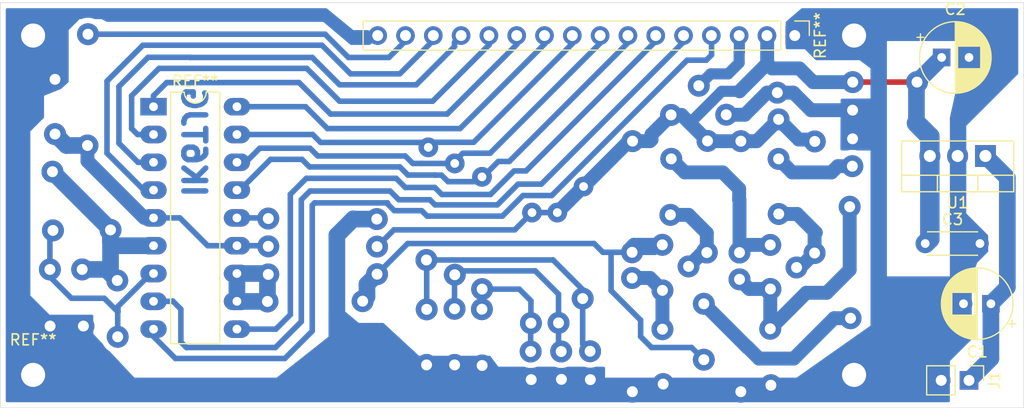
<source format=kicad_pcb>
(kicad_pcb (version 20240108) (generator "pcbnew") (generator_version "8.0")
  (layers (0 "F.Cu" signal) (31 "B.Cu" signal) (34 "B.Paste" user) (35 "F.Paste" user) (36 "B.SilkS" user "B.Silkscreen") (37 "F.SilkS" user "F.Silkscreen") (38 "B.Mask" user) (39 "F.Mask" user) (44 "Edge.Cuts" user))
  (net 0 "")
  (net 1 "Net-(U1-VO)")
  (net 2 "Net-(J1-Pin_1)")
  (net 3 "GND")
  (footprint "" (layer "F.Cu") (at 167.104994 96.266961)
    (property "Reference" "")
    (property "Value" "")
  )
  (footprint "" (layer "F.Cu") (at 153.762986 94.646467)
    (property "Reference" "")
    (property "Value" "")
  )
  (footprint "Capacitor_THT:CP_Radial_D6.3mm_P2.50mm" (layer "F.Cu") (at 182 87)
    (property "Reference" "C2")
    (property "Value" "470u")
  )
  (footprint "" (layer "F.Cu") (at 156.56011 116.839294)
    (property "Reference" "")
    (property "Value" "")
  )
  (footprint "" (layer "F.Cu") (at 179.75 89.25)
    (property "Reference" "")
    (property "Value" "")
  )
  (footprint "" (layer "F.Cu") (at 163.532783 107.269506)
    (property "Reference" "")
    (property "Value" "")
  )
  (footprint "" (layer "F.Cu") (at 173.598499 100.638596)
    (property "Reference" "")
    (property "Value" "")
  )
  (footprint "" (layer "F.Cu") (at 130.398171 101.767163)
    (property "Reference" "")
    (property "Value" "")
  )
  (footprint "" (layer "F.Cu") (at 137.522335 106.848735)
    (property "Reference" "")
    (property "Value" "")
  )
  (footprint "" (layer "F.Cu") (at 144.502144 116.433119)
    (property "Reference" "")
    (property "Value" "")
  )
  (footprint "" (layer "F.Cu") (at 144.57649 101.171507)
    (property "Reference" "")
    (property "Value" "")
  )
  (footprint "" (layer "F.Cu") (at 106.728251 112.520971)
    (property "Reference" "")
    (property "Value" "")
  )
  (footprint "" (layer "F.Cu") (at 100.549466 111.53978)
    (property "Reference" "")
    (property "Value" "")
  )
  (footprint "" (layer "F.Cu") (at 163.654003 117.534773)
    (property "Reference" "")
    (property "Value" "")
  )
  (footprint "" (layer "F.Cu") (at 140.019157 115.140436)
    (property "Reference" "")
    (property "Value" "")
  )
  (footprint "" (layer "F.Cu") (at 153.72184 104.800516)
    (property "Reference" "")
    (property "Value" "")
  )
  (footprint "" (layer "F.Cu") (at 163.532783 104.824145)
    (property "Reference" "")
    (property "Value" "")
  )
  (footprint "" (layer "F.Cu") (at 167.116413 101.299752)
    (property "Reference" "")
    (property "Value" "")
  )
  (footprint "" (layer "F.Cu") (at 137.515871 96.682975)
    (property "Reference" "")
    (property "Value" "")
  )
  (footprint "" (layer "F.Cu") (at 140 110)
    (property "Reference" "")
    (property "Value" "")
  )
  (footprint "Capacitor_THT:C_Disc_D4.3mm_W1.9mm_P5.00mm" (layer "F.Cu") (at 180.5 104)
    (property "Reference" "C3")
    (property "Value" "100n")
  )
  (footprint "Connector_PinHeader_2.54mm:PinHeader_1x02_P2.54mm_Vertical" (layer "F.Cu") (at 184.5 116.5 -90)
    (property "Reference" "J1")
    (property "Value" "IN")
  )
  (footprint "" (layer "F.Cu") (at 162.321433 92.233763)
    (property "Reference" "")
    (property "Value" "")
  )
  (footprint "" (layer "F.Cu") (at 137.497426 109.962443)
    (property "Reference" "")
    (property "Value" "")
  )
  (footprint "" (layer "F.Cu") (at 149.286037 98.792452)
    (property "Reference" "")
    (property "Value" "")
  )
  (footprint "" (layer "F.Cu") (at 159.812409 89.584046)
    (property "Reference" "")
    (property "Value" "")
  )
  (footprint "" (layer "F.Cu") (at 156.492594 111.826786)
    (property "Reference" "")
    (property "Value" "")
  )
  (footprint "" (layer "F.Cu") (at 170.411278 94.672441)
    (property "Reference" "")
    (property "Value" "")
  )
  (footprint "" (layer "F.Cu") (at 103.593908 111.53978)
    (property "Reference" "")
    (property "Value" "")
  )
  (footprint "" (layer "F.Cu") (at 106.07118 102.754051)
    (property "Reference" "")
    (property "Value" "")
  )
  (footprint "" (layer "F.Cu") (at 174 116)
    (property "Reference" "")
    (property "Value" "")
  )
  (footprint "" (layer "F.Cu") (at 149.907921 116.433119)
    (property "Reference" "")
    (property "Value" "")
  )
  (footprint "" (layer "F.Cu") (at 100.813658 102.799768)
    (property "Reference" "")
    (property "Value" "")
  )
  (footprint "" (layer "F.Cu") (at 120.484123 101.717343)
    (property "Reference" "")
    (property "Value" "")
  )
  (footprint "" (layer "F.Cu") (at 157.219153 101.381979)
    (property "Reference" "")
    (property "Value" "")
  )
  (footprint "" (layer "F.Cu") (at 173.863567 94.433046)
    (property "Reference" "")
    (property "Value" "")
  )
  (footprint "Capacitor_THT:CP_Radial_D6.3mm_P2.50mm" (layer "F.Cu") (at 186.5 109.5 180)
    (property "Reference" "C1")
    (property "Value" "100u")
  )
  (footprint "" (layer "F.Cu") (at 168.746083 106.187304)
    (property "Reference" "")
    (property "Value" "")
  )
  (footprint "" (layer "F.Cu") (at 153.720293 107.147893)
    (property "Reference" "")
    (property "Value" "")
  )
  (footprint "" (layer "F.Cu") (at 173.67547 110.823315)
    (property "Reference" "")
    (property "Value" "")
  )
  (footprint "" (layer "F.Cu") (at 157.281935 92.250587)
    (property "Reference" "")
    (property "Value" "")
  )
  (footprint "" (layer "F.Cu") (at 157.29691 96.263686)
    (property "Reference" "")
    (property "Value" "")
  )
  (footprint "" (layer "F.Cu") (at 163.658016 94.648992)
    (property "Reference" "")
    (property "Value" "")
  )
  (footprint "" (layer "F.Cu") (at 147 111.247487)
    (property "Reference" "")
    (property "Value" "")
  )
  (footprint "" (layer "F.Cu") (at 166.342024 111.786234)
    (property "Reference" "")
    (property "Value" "")
  )
  (footprint "" (layer "F.Cu") (at 156.481943 104.116939)
    (property "Reference" "")
    (property "Value" "")
  )
  (footprint "" (layer "F.Cu") (at 120.484123 104.258129)
    (property "Reference" "")
    (property "Value" "")
  )
  (footprint "" (layer "F.Cu") (at 137.508154 115.088662)
    (property "Reference" "")
    (property "Value" "")
  )
  (footprint "" (layer "F.Cu") (at 135.102373 95.212683)
    (property "Reference" "")
    (property "Value" "")
  )
  (footprint "" (layer "F.Cu") (at 160.609669 94.625543)
    (property "Reference" "")
    (property "Value" "")
  )
  (footprint "" (layer "F.Cu") (at 130.42308 104.283039)
    (property "Reference" "")
    (property "Value" "")
  )
  (footprint "" (layer "F.Cu") (at 160.273019 114.612362)
    (property "Reference" "")
    (property "Value" "")
  )
  (footprint "" (layer "F.Cu") (at 166.401148 116.943616)
    (property "Reference" "")
    (property "Value" "")
  )
  (footprint "" (layer "F.Cu") (at 173.863567 91.818089)
    (property "Reference" "")
    (property "Value" "")
  )
  (footprint "" (layer "F.Cu") (at 146.88612 101.171507)
    (property "Reference" "")
    (property "Value" "")
  )
  (footprint "" (layer "F.Cu") (at 100.766176 97.436931)
    (property "Reference" "")
    (property "Value" "")
  )
  (footprint "" (layer "F.Cu") (at 166.98775 90.217164)
    (property "Reference" "")
    (property "Value" "")
  )
  (footprint "" (layer "F.Cu") (at 104.011918 84.877695)
    (property "Reference" "")
    (property "Value" "")
  )
  (footprint "" (layer "F.Cu") (at 160.273019 109.505472)
    (property "Reference" "")
    (property "Value" "")
  )
  (footprint "" (layer "F.Cu") (at 103.966685 95.044097)
    (property "Reference" "")
    (property "Value" "")
  )
  (footprint "" (layer "F.Cu") (at 129.102868 109.264973)
    (property "Reference" "")
    (property "Value" "")
  )
  (footprint "" (layer "F.Cu") (at 153.743417 117.534773)
    (property "Reference" "")
    (property "Value" "")
  )
  (footprint "MountingHole:MountingHole_2.2mm_M2_Pad" (layer "F.Cu") (at 99 116)
    (property "Reference" "REF**")
    (property "Value" "MountingHole_2.2mm_M2_Pad" (hide yes))
  )
  (footprint "" (layer "F.Cu") (at 120.484123 106.823825)
    (property "Reference" "")
    (property "Value" "")
  )
  (footprint "" (layer "F.Cu") (at 170.391792 104.868153)
    (property "Reference" "")
    (property "Value" "")
  )
  (footprint "" (layer "F.Cu") (at 149.20598 109.030131)
    (property "Reference" "")
    (property "Value" "")
  )
  (footprint "" (layer "F.Cu") (at 147.266184 116.408658)
    (property "Reference" "")
    (property "Value" "")
  )
  (footprint "Connector_PinHeader_2.54mm:PinHeader_1x16_P2.54mm_Vertical" (layer "F.Cu") (at 168.58 85 -90)
    (property "Reference" "REF**")
    (property "Value" "PinHeader_1x16_P2.54mm_Vertical" (hide yes))
  )
  (footprint "" (layer "F.Cu") (at 100.533572 106.367126)
    (property "Reference" "")
    (property "Value" "")
  )
  (footprint "Package_TO_SOT_THT:TO-220-3_Vertical" (layer "F.Cu") (at 186 96 180)
    (property "Reference" "U1")
    (property "Value" "LM7805_TO220")
  )
  (footprint "" (layer "F.Cu") (at 144.477683 111.271947)
    (property "Reference" "")
    (property "Value" "")
  )
  (footprint "" (layer "F.Cu") (at 149.88346 113.840303)
    (property "Reference" "")
    (property "Value" "")
  )
  (footprint "" (layer "F.Cu") (at 173.840828 96.93431)
    (property "Reference" "")
    (property "Value" "")
  )
  (footprint "" (layer "F.Cu") (at 134.93173 105.503613)
    (property "Reference" "")
    (property "Value" "")
  )
  (footprint "" (layer "F.Cu") (at 120.409394 109.289882)
    (property "Reference" "")
    (property "Value" "")
  )
  (footprint "" (layer "F.Cu") (at 147.241723 113.864763)
    (property "Reference" "")
    (property "Value" "")
  )
  (footprint "" (layer "F.Cu") (at 144.453223 113.864763)
    (property "Reference" "")
    (property "Value" "")
  )
  (footprint "" (layer "F.Cu") (at 101 94)
    (property "Reference" "")
    (property "Value" "")
  )
  (footprint "" (layer "F.Cu") (at 167.104994 92.655842)
    (property "Reference" "")
    (property "Value" "")
  )
  (footprint "" (layer "F.Cu") (at 174 85)
    (property "Reference" "")
    (property "Value" "")
  )
  (footprint "" (layer "F.Cu") (at 158.880911 106.090283)
    (property "Reference" "")
    (property "Value" "")
  )
  (footprint "" (layer "F.Cu") (at 140.008002 97.908989)
    (property "Reference" "")
    (property "Value" "")
  )
  (footprint "" (layer "F.Cu") (at 166.356276 108.152218)
    (property "Reference" "")
    (property "Value" "")
  )
  (footprint "" (layer "F.Cu") (at 99 85)
    (property "Reference" "")
    (property "Value" "")
  )
  (footprint "" (layer "F.Cu") (at 156.492594 108.278492)
    (property "Reference" "")
    (property "Value" "")
  )
  (footprint "Package_DIP:DIP-18_W7.62mm_LongPads" (layer "F.Cu") (at 110 91.5)
    (property "Reference" "REF**")
    (property "Value" "DIP-18_W7.62mm_LongPads")
  )
  (footprint "" (layer "F.Cu") (at 103.481777 106.366365)
    (property "Reference" "")
    (property "Value" "")
  )
  (footprint "" (layer "F.Cu") (at 101 89)
    (property "Reference" "")
    (property "Value" "")
  )
  (footprint "" (layer "F.Cu") (at 166.342346 104.126958)
    (property "Reference" "")
    (property "Value" "")
  )
  (footprint "" (layer "F.Cu") (at 134.945377 115.088662)
    (property "Reference" "")
    (property "Value" "")
  )
  (footprint "" (layer "F.Cu") (at 140.020138 108.165818)
    (property "Reference" "")
    (property "Value" "")
  )
  (footprint "" (layer "F.Cu") (at 106.688674 107.37598)
    (property "Reference" "")
    (property "Value" "")
  )
  (footprint "" (layer "F.Cu") (at 134.95664 110.012263)
    (property "Reference" "")
    (property "Value" "")
  )
  (footprint "" (layer "F.Cu") (at 160.546322 104.824145)
    (property "Reference" "")
    (property "Value" "")
  )
  (footprint "" (layer "F.Cu") (at 173.876025 89.255697)
    (property "Reference" "")
    (property "Value" "")
  )
  (footprint "" (layer "F.Cu") (at 130.42308 106.798916)
    (property "Reference" "")
    (property "Value" "")
  )
  (gr_rect (start 96 82) (end 189.5 119) (stroke (width 0.05)) (fill none) (layer "Edge.Cuts"))
  (gr_text "IK6TJG" (at 112.5 100 270) (layer "B.Cu") (effects (font (size 2 2) (thickness 0.5) (bold yes)) (justify left bottom mirror)))
  (segment (start 105.5 109) (end 102.5 109) (width 0.508) (layer "B.Cu") (net 0))
  (segment (start 143.415818 108.165818) (end 140.020138 108.165818) (width 0.508) (layer "B.Cu") (net 0))
  (segment (start 145.74 85.76) (end 138 93.5) (width 0.508) (layer "B.Cu") (net 0))
  (segment (start 145.74 85) (end 145.74 85.76) (width 0.508) (layer "B.Cu") (net 0))
  (segment (start 155.798366 104.800516) (end 156.481943 104.116939) (width 0.508) (layer "B.Cu") (net 0))
  (segment (start 166.342024 111.786234) (end 166.342024 108.16647) (width 1.27) (layer "B.Cu") (net 0))
  (segment (start 150.82 85.68) (end 150.82 85) (width 0.508) (layer "B.Cu") (net 0))
  (segment (start 158.44 85.56) (end 145.427356 98.572644) (width 0.508) (layer "B.Cu") (net 0))
  (segment (start 166.356276 108.152218) (end 164.415495 108.152218) (width 1.27) (layer "B.Cu") (net 0))
  (segment (start 131.37897 100.28605) (end 124.71395 100.28605) (width 0.508) (layer "B.Cu") (net 0))
  (segment (start 158.75 87.25) (end 146.385039 99.614961) (width 0.508) (layer "B.Cu") (net 0))
  (segment (start 139.570539 98.346452) (end 136.9079 98.346452) (width 0.508) (layer "B.Cu") (net 0))
  (segment (start 124.295024 99.204976) (end 123.5 100) (width 0.508) (layer "B.Cu") (net 0))
  (segment (start 124.71395 100.28605) (end 124.5 100.5) (width 0.508) (layer "B.Cu") (net 0))
  (segment (start 106.728251 110.271749) (end 106.728251 112.520971) (width 0.508) (layer "B.Cu") (net 0))
  (segment (start 135.102373 95.212683) (end 134.653662 94.763972) (width 0.508) (layer "B.Cu") (net 0))
  (segment (start 109.032949 85.882487) (end 105.75 89.165436) (width 0.508) (layer "B.Cu") (net 0))
  (segment (start 149.20598 109.030131) (end 149.20598 113.162823) (width 0.508) (layer "B.Cu") (net 0))
  (segment (start 144.875 106.5) (end 147 108.625) (width 0.508) (layer "B.Cu") (net 0))
  (segment (start 153.36 85.14) (end 153.36 85) (width 0.762) (layer "B.Cu") (net 0))
  (segment (start 114.95 104.2) (end 117.62 104.2) (width 0.508) (layer "B.Cu") (net 0))
  (segment (start 131.51 87) (end 133.02 85.49) (width 0.508) (layer "B.Cu") (net 0))
  (segment (start 155.5 113.5) (end 159.160657 113.5) (width 0.508) (layer "B.Cu") (net 0))
  (segment (start 162.5 88.5) (end 163.5 87.5) (width 1.016) (layer "B.Cu") (net 0))
  (segment (start 137.497426 109.962443) (end 137.497426 106.873644) (width 0.508) (layer "B.Cu") (net 0))
  (segment (start 144.026097 97.365295) (end 155.9 85.491392) (width 0.508) (layer "B.Cu") (net 0))
  (segment (start 129.102868 109.264973) (end 129.5 108.867841) (width 1.524) (layer "B.Cu") (net 0))
  (segment (start 163.5 100) (end 163.532783 100.032783) (width 1.27) (layer "B.Cu") (net 0))
  (segment (start 121.18 111.82) (end 117.62 111.82) (width 0.508) (layer "B.Cu") (net 0))
  (segment (start 169.628258 108.5) (end 166.342024 111.786234) (width 1.27) (layer "B.Cu") (net 0))
  (segment (start 137.87107 106.5) (end 144.875 106.5) (width 0.508) (layer "B.Cu") (net 0))
  (segment (start 140.77791 99.520033) (end 136.339792 99.520033) (width 0.508) (layer "B.Cu") (net 0))
  (segment (start 137.497426 106.873644) (end 137.522335 106.848735) (width 0.508) (layer "B.Cu") (net 0))
  (segment (start 113 113.5) (end 112.5 113) (width 0.508) (layer "B.Cu") (net 0))
  (segment (start 163.5 99) (end 163.5 100) (width 1.27) (layer "B.Cu") (net 0))
  (segment (start 135.565056 94.75) (end 135.102373 95.212683) (width 0.508) (layer "B.Cu") (net 0))
  (segment (start 173.598499 106.401501) (end 171.5 108.5) (width 1.27) (layer "B.Cu") (net 0))
  (segment (start 124.54 94.04) (end 117.62 94.04) (width 0.508) (layer "B.Cu") (net 0))
  (segment (start 125.889 93.5) (end 123.889 91.5) (width 0.508) (layer "B.Cu") (net 0))
  (segment (start 134.95664 105.528523) (end 134.93173 105.503613) (width 0.508) (layer "B.Cu") (net 0))
  (segment (start 136.339792 99.520033) (end 135.696587 98.876828) (width 0.508) (layer "B.Cu") (net 0))
  (segment (start 117.88 99.12) (end 117.62 99.12) (width 0.508) (layer "B.Cu") (net 0))
  (segment (start 163.52 86.48) (end 163.52 85) (width 1.016) (layer "B.Cu") (net 0))
  (segment (start 148.28 85) (end 148.28 85.72) (width 0.508) (layer "B.Cu") (net 0))
  (segment (start 166.342024 108.16647) (end 166.356276 108.152218) (width 1.27) (layer "B.Cu") (net 0))
  (segment (start 124.291916 95.291916) (end 119.708084 95.291916) (width 0.508) (layer "B.Cu") (net 0))
  (segment (start 164.241507 113.47396) (end 164.275711 113.47396) (width 1.27) (layer "B.Cu") (net 0))
  (segment (start 141.5 96.5) (end 142.5 96.5) (width 0.508) (layer "B.Cu") (net 0))
  (segment (start 105.75 95.75) (end 109.12 99.12) (width 0.508) (layer "B.Cu") (net 0))
  (segment (start 112.41 101.66) (end 114.95 104.2) (width 0.508) (layer "B.Cu") (net 0))
  (segment (start 134.5 96.682975) (end 133.682975 96.682975) (width 0.508) (layer "B.Cu") (net 0))
  (segment (start 140.091011 97.908989) (end 141.5 96.5) (width 0.508) (layer "B.Cu") (net 0))
  (segment (start 148.28 85.72) (end 139.25 94.75) (width 0.508) (layer "B.Cu") (net 0))
  (segment (start 112.5 110) (end 111.75 109.25) (width 0.508) (layer "B.Cu") (net 0))
  (segment (start 135.5 91) (end 140.66 85.84) (width 0.508) (layer "B.Cu") (net 0))
  (segment (start 124.5 112) (end 122 114.5) (width 0.508) (layer "B.Cu") (net 0))
  (segment (start 119.708084 95.291916) (end 118.42 96.58) (width 0.508) (layer "B.Cu") (net 0))
  (segment (start 137.515871 96.484129) (end 138.25 95.75) (width 0.508) (layer "B.Cu") (net 0))
  (segment (start 160.98 85) (end 160.98 86.77) (width 0.508) (layer "B.Cu") (net 0))
  (segment (start 123.5 111.136803) (end 121.136803 113.5) (width 0.508) (layer "B.Cu") (net 0))
  (segment (start 129.5 108.867841) (end 129.5 107.721996) (width 1.524) (layer "B.Cu") (net 0))
  (segment (start 135.696587 98.876828) (end 132.995124 98.876828) (width 0.508) (layer "B.Cu") (net 0))
  (segment (start 106.07118 102.754051) (end 106.07118 106.758486) (width 1.524) (layer "B.Cu") (net 0))
  (segment (start 140.020138 108.165818) (end 140.020138 109.979862) (width 0.508) (layer "B.Cu") (net 0))
  (segment (start 135.58 85) (end 135.58 85.42) (width 0.508) (layer "B.Cu") (net 0))
  (segment (start 124.5 87) (end 113.337247 87) (width 0.508) (layer "B.Cu") (net 0))
  (segment (start 168.799752 101.299752) (end 170.5 103) (width 1.27) (layer "B.Cu") (net 0))
  (segment (start 163.532783 100.032783) (end 163.532783 104.824145) (width 1.27) (layer "B.Cu") (net 0))
  (segment (start 138 93.5) (end 125.889 93.5) (width 0.508) (layer "B.Cu") (net 0))
  (segment (start 160.896455 88.5) (end 162.5 88.5) (width 1.016) (layer "B.Cu") (net 0))
  (segment (start 109.76 106.74) (end 106.75 109.75) (width 0.508) (layer "B.Cu") (net 0))
  (segment (start 123.5 100) (end 123.5 111.136803) (width 0.508) (layer "B.Cu") (net 0))
  (segment (start 137.522335 106.848735) (end 137.87107 106.5) (width 0.508) (layer "B.Cu") (net 0))
  (segment (start 110 94.04) (end 108.54 94.04) (width 0.508) (layer "B.Cu") (net 0))
  (segment (start 168.489716 114.510284) (end 172.176685 110.823315) (width 1.27) (layer "B.Cu") (net 0))
  (segment (start 160.546322 103.046322) (end 160.546322 104.824145) (width 1.27) (layer "B.Cu") (net 0))
  (segment (start 100.766176 97.436931) (end 106.07118 102.741935) (width 1.524) (layer "B.Cu") (net 0))
  (segment (start 126.170557 92.170557) (end 123.295975 89.295975) (width 0.508) (layer "B.Cu") (net 0))
  (segment (start 147 108.625) (end 147 113.62304) (width 0.508) (layer "B.Cu") (net 0))
  (segment (start 132.158957 98.040661) (end 123.959339 98.040661) (width 0.508) (layer "B.Cu") (net 0))
  (segment (start 160.546322 104.824145) (end 160.147049 104.824145) (width 1.27) (layer "B.Cu") (net 0))
  (segment (start 166.342346 104.126958) (end 164.22997 104.126958) (width 1.27) (layer "B.Cu") (net 0))
  (segment (start 143.2 85) (end 143.2 85.8) (width 0.508) (layer "B.Cu") (net 0))
  (segment (start 134 89.5) (end 127 89.5) (width 0.508) (layer "B.Cu") (net 0))
  (segment (start 121.136803 113.5) (end 113 113.5) (width 0.508) (layer "B.Cu") (net 0))
  (segment (start 160.98 86.77) (end 160.5 87.25) (width 0.508) (layer "B.Cu") (net 0))
  (segment (start 162 97.5) (end 163.5 99) (width 1.27) (layer "B.Cu") (net 0))
  (segment (start 131.614754 99.204976) (end 124.295024 99.204976) (width 0.508) (layer "B.Cu") (net 0))
  (segment (start 143.307979 98.572644) (end 141.410983 100.46964) (width 0.508) (layer "B.Cu") (net 0))
  (segment (start 169.072641 106.187304) (end 170.391792 104.868153) (width 1.27) (layer "B.Cu") (net 0))
  (segment (start 109.12 99.12) (end 110 99.12) (width 0.508) (layer "B.Cu") (net 0))
  (segment (start 106.75 110.25) (end 106.728251 110.271749) (width 0.508) (layer "B.Cu") (net 0))
  (segment (start 132.995124 98.876828) (end 132.158957 98.040661) (width 0.508) (layer "B.Cu") (net 0))
  (segment (start 120.42678 101.66) (end 120.484123 101.717343) (width 0.508) (layer "B.Cu") (net 0))
  (segment (start 159.160657 113.5) (end 160.273019 114.612362) (width 0.508) (layer "B.Cu") (net 0))
  (segment (start 151.800516 104.800516) (end 151.800516 108.300516) (width 0.508) (layer "B.Cu") (net 0))
  (segment (start 144.453223 113.864763) (end 144.453223 111.296407) (width 0.508) (layer "B.Cu") (net 0))
  (segment (start 164.415495 108.152218) (end 163.532783 107.269506) (width 1.27) (layer "B.Cu") (net 0))
  (segment (start 128 88.5) (end 125.382487 85.882487) (width 0.508) (layer "B.Cu") (net 0))
  (segment (start 160.5 87.25) (end 158.75 87.25) (width 0.508) (layer "B.Cu") (net 0))
  (segment (start 172.176685 110.823315) (end 173.67547 110.823315) (width 1.27) (layer "B.Cu") (net 0))
  (segment (start 157.29691 96.263686) (end 158.533224 97.5) (width 1.27) (layer "B.Cu") (net 0))
  (segment (start 134.653662 94.763972) (end 125.263972 94.763972) (width 0.508) (layer "B.Cu") (net 0))
  (segment (start 139.25 94.75) (end 135.565056 94.75) (width 0.508) (layer "B.Cu") (net 0))
  (segment (start 140.75 95.75) (end 150.82 85.68) (width 0.508) (layer "B.Cu") (net 0))
  (segment (start 140.008002 97.908989) (end 139.570539 98.346452) (width 0.508) (layer "B.Cu") (net 0))
  (segment (start 110 101.66) (end 112.41 101.66) (width 0.508) (layer "B.Cu") (net 0))
  (segment (start 151.050516 104.800516) (end 151.800516 104.800516) (width 0.508) (layer "B.Cu") (net 0))
  (segment (start 122.5 99.5) (end 122.5 110.5) (width 0.508) (layer "B.Cu") (net 0))
  (segment (start 134.5 101) (end 132 101) (width 0.508) (layer "B.Cu") (net 0))
  (segment (start 157.219153 101.381979) (end 158.881979 101.381979) (width 1.27) (layer "B.Cu") (net 0))
  (segment (start 123.889 91.5) (end 117.62 91.5) (width 0.508) (layer "B.Cu") (net 0))
  (segment (start 105.679059 106.366365) (end 106.688674 107.37598) (width 1.524) (layer "B.Cu") (net 0))
  (segment (start 103.966685 96.466685) (end 109.16 101.66) (width 1.27) (layer "B.Cu") (net 0))
  (segment (start 109.505823 86.988744) (end 106.839441 89.655126) (width 0.508) (layer "B.Cu") (net 0))
  (segment (start 100.533572 106.367126) (end 100.533572 103.079854) (width 0.508) (layer "B.Cu") (net 0))
  (segment (start 160.273019 109.505472) (end 164.241507 113.47396) (width 1.27) (layer "B.Cu") (net 0))
  (segment (start 117.62 106.74) (end 120.400298 106.74) (width 1.524) (layer "B.Cu") (net 0))
  (segment (start 108.58 96.58) (end 110 96.58) (width 0.508) (layer "B.Cu") (net 0))
  (segment (start 109.16 101.66) (end 110 101.66) (width 0.508) (layer "B.Cu") (net 0))
  (segment (start 120.409394 109.289882) (end 117.629882 109.289882) (width 1.524) (layer "B.Cu") (net 0))
  (segment (start 120.400298 106.74) (end 120.484123 106.823825) (width 0.508) (layer "B.Cu") (net 0))
  (segment (start 147 113.62304) (end 147.241723 113.864763) (width 0.508) (layer "B.Cu") (net 0))
  (segment (start 160.147049 104.824145) (end 158.880911 106.090283) (width 1.27) (layer "B.Cu") (net 0))
  (segment (start 117.629882 109.289882) (end 117.62 109.28) (width 0.508) (layer "B.Cu") (net 0))
  (segment (start 135.25 100) (end 132.409778 100) (width 0.508) (layer "B.Cu") (net 0))
  (segment (start 111.75 109.25) (end 111.72 109.28) (width 0.508) (layer "B.Cu") (net 0))
  (segment (start 127 91) (end 135.5 91) (width 0.508) (layer "B.Cu") (net 0))
  (segment (start 104.011918 84.877695) (end 125.673298 84.877695) (width 0.508) (layer "B.Cu") (net 0))
  (segment (start 103.966685 95.044097) (end 102.044097 95.044097) (width 1.524) (layer "B.Cu") (net 0))
  (segment (start 136.9079 98.346452) (end 136.311448 97.75) (width 0.508) (layer "B.Cu") (net 0))
  (segment (start 108 93.5) (end 108 90.5) (width 0.508) (layer "B.Cu") (net 0))
  (segment (start 140.66 85.84) (end 140.66 85) (width 0.508) (layer "B.Cu") (net 0))
  (segment (start 158.44 85) (end 158.44 85.56) (width 0.508) (layer "B.Cu") (net 0))
  (segment (start 110.5 88) (end 124 88) (width 0.508) (layer "B.Cu") (net 0))
  (segment (start 106.839441 89.655126) (end 106.839441 94.839441) (width 0.508) (layer "B.Cu") (net 0))
  (segment (start 149.20598 113.162823) (end 149.88346 113.840303) (width 0.508) (layer "B.Cu") (net 0))
  (segment (start 108 90.5) (end 110.5 88) (width 0.508) (layer "B.Cu") (net 0))
  (segment (start 167.104994 96.266961) (end 168.338033 97.5) (width 1.27) (layer "B.Cu") (net 0))
  (segment (start 171.5 108.5) (end 169.628258 108.5) (width 1.27) (layer "B.Cu") (net 0))
  (segment (start 100.533572 107.033572) (end 100.533572 106.367126) (width 0.508) (layer "B.Cu") (net 0))
  (segment (start 150.25 104) (end 151.050516 104.800516) (width 0.508) (layer "B.Cu") (net 0))
  (segment (start 110 104.2) (end 106.45 104.2) (width 1.524) (layer "B.Cu") (net 0))
  (segment (start 151.800516 104.800516) (end 153.72184 104.800516) (width 0.508) (layer "B.Cu") (net 0))
  (segment (start 123.295975 89.295975) (end 111.204025 89.295975) (width 0.508) (layer "B.Cu") (net 0))
  (segment (start 146.5 105.5) (end 149.20598 108.20598) (width 0.508) (layer "B.Cu") (net 0))
  (segment (start 131.37897 100.37897) (end 131.37897 100.28605) (width 0.508) (layer "B.Cu") (net 0))
  (segment (start 105.75 89.165436) (end 105.75 95.75) (width 0.508) (layer "B.Cu") (net 0))
  (segment (start 135.743087 97.743087) (end 133.243087 97.743087) (width 0.508) (layer "B.Cu") (net 0))
  (segment (start 106.45 104.2) (end 106.07118 103.82118) (width 1.524) (layer "B.Cu") (net 0))
  (segment (start 146.496387 105.503613) (end 146.5 105.5) (width 0.508) (layer "B.Cu") (net 0))
  (segment (start 163.5 87.5) (end 163.5 86.5) (width 1.016) (layer "B.Cu") (net 0))
  (segment (start 155.9 85.491392) (end 155.9 85) (width 0.508) (layer "B.Cu") (net 0))
  (segment (start 106.75 109.75) (end 106.75 110.25) (width 0.508) (layer "B.Cu") (net 0))
  (segment (start 129.5 107.721996) (end 130.42308 106.798916) (width 1.524) (layer "B.Cu") (net 0))
  (segment (start 141.870001 101.495307) (end 134.995307 101.495307) (width 0.508) (layer "B.Cu") (net 0))
  (segment (start 120.425994 104.2) (end 120.484123 104.258129) (width 0.508) (layer "B.Cu") (net 0))
  (segment (start 135.58 85.42) (end 132.5 88.5) (width 0.508) (layer "B.Cu") (net 0))
  (segment (start 164.22997 104.126958) (end 163.532783 104.824145) (width 1.27) (layer "B.Cu") (net 0))
  (segment (start 125.382487 85.882487) (end 109.032949 85.882487) (width 0.508) (layer "B.Cu") (net 0))
  (segment (start 124 88) (end 127 91) (width 0.508) (layer "B.Cu") (net 0))
  (segment (start 155.361995 107.147893) (end 156.492594 108.278492) (width 1.27) (layer "B.Cu") (net 0))
  (segment (start 140.008002 97.908989) (end 140.091011 97.908989) (width 0.508) (layer "B.Cu") (net 0))
  (segment (start 159.812409 89.584046) (end 160.896455 88.5) (width 1.016) (layer "B.Cu") (net 0))
  (segment (start 170.5 103) (end 170.391792 103.108208) (width 1.27) (layer "B.Cu") (net 0))
  (segment (start 117.62 104.2) (end 120.425994 104.2) (width 0.508) (layer "B.Cu") (net 0))
  (segment (start 141.410983 100.46964) (end 135.71964 100.46964) (width 0.508) (layer "B.Cu") (net 0))
  (segment (start 133.221996 104) (end 150.25 104) (width 0.508) (layer "B.Cu") (net 0))
  (segment (start 112.5 113) (end 112.5 110) (width 0.508) (layer "B.Cu") (net 0))
  (segment (start 168.746083 106.187304) (end 169.072641 106.187304) (width 1.27) (layer "B.Cu") (net 0))
  (segment (start 102.5 109) (end 100.533572 107.033572) (width 0.508) (layer "B.Cu") (net 0))
  (segment (start 106.839441 94.839441) (end 108.58 96.58) (width 0.508) (layer "B.Cu") (net 0))
  (segment (start 170.391792 103.108208) (end 170.391792 104.868153) (width 1.27) (layer "B.Cu") (net 0))
  (segment (start 164.275711 113.47396) (end 165.312035 114.510284) (width 1.27) (layer "B.Cu") (net 0))
  (segment (start 134.93173 105.503613) (end 146.496387 105.503613) (width 0.508) (layer "B.Cu") (net 0))
  (segment (start 168.338033 97.5) (end 171.930791 97.5) (width 1.27) (layer "B.Cu") (net 0))
  (segment (start 134.95664 110.012263) (end 134.95664 105.528523) (width 0.508) (layer "B.Cu") (net 0))
  (segment (start 153.72184 104.27816) (end 153.883061 104.116939) (width 1.27) (layer "B.Cu") (net 0))
  (segment (start 167.116413 101.299752) (end 168.799752 101.299752) (width 1.27) (layer "B.Cu") (net 0))
  (segment (start 100.533572 103.079854) (end 100.813658 102.799768) (width 0.508) (layer "B.Cu") (net 0))
  (segment (start 143.750347 99.614961) (end 141.870001 101.495307) (width 0.508) (layer "B.Cu") (net 0))
  (segment (start 103.966685 95.044097) (end 103.966685 96.466685) (width 1.27) (layer "B.Cu") (net 0))
  (segment (start 153.72184 104.800516) (end 153.72184 104.27816) (width 1.27) (layer "B.Cu") (net 0))
  (segment (start 135.71964 100.46964) (end 135.25 100) (width 0.508) (layer "B.Cu") (net 0))
  (segment (start 103.481777 106.366365) (end 105.679059 106.366365) (width 1.524) (layer "B.Cu") (net 0))
  (segment (start 153.72184 104.800516) (end 155.798366 104.800516) (width 0.508) (layer "B.Cu") (net 0))
  (segment (start 137.515871 96.682975) (end 137.515871 96.484129) (width 0.762) (layer "B.Cu") (net 0))
  (segment (start 138.25 95.75) (end 140.75 95.75) (width 0.508) (layer "B.Cu") (net 0))
  (segment (start 132 101) (end 131.37897 100.37897) (width 0.508) (layer "B.Cu") (net 0))
  (segment (start 124.25 97) (end 123.560095 96.310095) (width 0.508) (layer "B.Cu") (net 0))
  (segment (start 133 96) (end 125 96) (width 0.508) (layer "B.Cu") (net 0))
  (segment (start 158.533224 97.5) (end 162 97.5) (width 1.27) (layer "B.Cu") (net 0))
  (segment (start 117.62 109.28) (end 117.62 106.74) (width 1.524) (layer "B.Cu") (net 0))
  (segment (start 145.427356 98.572644) (end 143.307979 98.572644) (width 0.508) (layer "B.Cu") (net 0))
  (segment (start 142.932648 97.365295) (end 144.026097 97.365295) (width 0.508) (layer "B.Cu") (net 0))
  (segment (start 165.312035 114.510284) (end 168.489716 114.510284) (width 1.27) (layer "B.Cu") (net 0))
  (segment (start 151.800516 108.300516) (end 154.5 111) (width 0.508) (layer "B.Cu") (net 0))
  (segment (start 137.515871 96.682975) (end 134.5 96.682975) (width 0.508) (layer "B.Cu") (net 0))
  (segment (start 153.720293 107.147893) (end 155.361995 107.147893) (width 1.27) (layer "B.Cu") (net 0))
  (segment (start 106.07118 103.82118) (end 106.07118 102.754051) (width 1.524) (layer "B.Cu") (net 0))
  (segment (start 113.337247 87) (end 113.325991 86.988744) (width 0.508) (layer "B.Cu") (net 0))
  (segment (start 171.936002 97.505211) (end 172.506903 96.93431) (width 1.27) (layer "B.Cu") (net 0))
  (segment (start 158.881979 101.381979) (end 160.546322 103.046322) (width 1.27) (layer "B.Cu") (net 0))
  (segment (start 112 114.5) (end 110 112.5) (width 0.508) (layer "B.Cu") (net 0))
  (segment (start 143.2 85.8) (end 136.829443 92.170557) (width 0.508) (layer "B.Cu") (net 0))
  (segment (start 140.020138 109.979862) (end 140 110) (width 0.508) (layer "B.Cu") (net 0))
  (segment (start 149.20598 108.20598) (end 149.20598 109.030131) (width 0.508) (layer "B.Cu") (net 0))
  (segment (start 173.598499 100.638596) (end 173.598499 106.401501) (width 1.27) (layer "B.Cu") (net 0))
  (segment (start 120.409394 106.898554) (end 120.484123 106.823825) (width 0.508) (layer "B.Cu") (net 0))
  (segment (start 154.5 112.5) (end 155.5 113.5) (width 0.508) (layer "B.Cu") (net 0))
  (segment (start 153.883061 104.116939) (end 156.481943 104.116939) (width 1.27) (layer "B.Cu") (net 0))
  (segment (start 154.5 111) (end 154.5 112.5) (width 0.508) (layer "B.Cu") (net 0))
  (segment (start 137.5 86) (end 134 89.5) (width 0.508) (layer "B.Cu") (net 0))
  (segment (start 108.54 94.04) (end 108 93.5) (width 0.508) (layer "B.Cu") (net 0))
  (segment (start 153.36 85.64) (end 153.36 85.14) (width 0.508) (layer "B.Cu") (net 0))
  (segment (start 130.42308 106.798916) (end 133.221996 104) (width 0.508) (layer "B.Cu") (net 0))
  (segment (start 136.311448 97.75) (end 135.75 97.75) (width 0.508) (layer "B.Cu") (net 0))
  (segment (start 144.453223 111.296407) (end 144.477683 111.271947) (width 0.508) (layer "B.Cu") (net 0))
  (segment (start 135.75 97.75) (end 135.743087 97.743087) (width 0.508) (layer "B.Cu") (net 0))
  (segment (start 125 96) (end 124.291916 95.291916) (width 0.508) (layer "B.Cu") (net 0))
  (segment (start 133.02 85.49) (end 133.02 85) (width 0.508) (layer "B.Cu") (net 0))
  (segment (start 125.673298 84.877695) (end 127.795603 87) (width 0.508) (layer "B.Cu") (net 0))
  (segment (start 120.689905 96.310095) (end 117.88 99.12) (width 0.508) (layer "B.Cu") (net 0))
  (segment (start 163.5 86.5) (end 163.52 86.48) (width 1.016) (layer "B.Cu") (net 0))
  (segment (start 110 106.74) (end 109.76 106.74) (width 0.508) (layer "B.Cu") (net 0))
  (segment (start 125.263972 94.763972) (end 124.54 94.04) (width 0.508) (layer "B.Cu") (net 0))
  (segment (start 127 89.5) (end 124.5 87) (width 0.508) (layer "B.Cu") (net 0))
  (segment (start 102.044097 95.044097) (end 101 94) (width 1.524) (layer "B.Cu") (net 0))
  (segment (start 120.409394 109.289882) (end 120.409394 106.898554) (width 1.524) (layer "B.Cu") (net 0))
  (segment (start 133.682975 96.682975) (end 133 96) (width 0.508) (layer "B.Cu") (net 0))
  (segment (start 106.75 110.25) (end 105.5 109) (width 0.508) (layer "B.Cu") (net 0))
  (segment (start 117.62 101.66) (end 120.42678 101.66) (width 0.508) (layer "B.Cu") (net 0))
  (segment (start 142.836167 97.461776) (end 140.77791 99.520033) (width 0.508) (layer "B.Cu") (net 0))
  (segment (start 124.5 100.5) (end 124.5 112) (width 0.508) (layer "B.Cu") (net 0))
  (segment (start 118.42 96.58) (end 117.62 96.58) (width 0.508) (layer "B.Cu") (net 0))
  (segment (start 137.5 85.62) (end 137.5 86) (width 0.508) (layer "B.Cu") (net 0))
  (segment (start 136.829443 92.170557) (end 126.170557 92.170557) (width 0.508) (layer "B.Cu") (net 0))
  (segment (start 144.477683 111.271947) (end 144.477683 109.227683) (width 0.508) (layer "B.Cu") (net 0))
  (segment (start 110 112.5) (end 110 111.82) (width 0.508) (layer "B.Cu") (net 0))
  (segment (start 127.795603 87) (end 131.51 87) (width 0.508) (layer "B.Cu") (net 0))
  (segment (start 106.07118 102.741935) (end 106.07118 102.754051) (width 0.508) (layer "B.Cu") (net 0))
  (segment (start 142.5 96.5) (end 153.36 85.64) (width 0.508) (layer "B.Cu") (net 0))
  (segment (start 133.243087 97.743087) (end 132.5 97) (width 0.508) (layer "B.Cu") (net 0))
  (segment (start 123.560095 96.310095) (end 120.689905 96.310095) (width 0.508) (layer "B.Cu") (net 0))
  (segment (start 144.477683 109.227683) (end 143.415818 108.165818) (width 0.508) (layer "B.Cu") (net 0))
  (segment (start 132.5 88.5) (end 128 88.5) (width 0.508) (layer "B.Cu") (net 0))
  (segment (start 122 114.5) (end 112 114.5) (width 0.508) (layer "B.Cu") (net 0))
  (segment (start 132.409778 100) (end 131.614754 99.204976) (width 0.508) (layer "B.Cu") (net 0))
  (segment (start 111.204025 89.295975) (end 110 90.5) (width 0.508) (layer "B.Cu") (net 0))
  (segment (start 132.5 97) (end 124.25 97) (width 0.508) (layer "B.Cu") (net 0))
  (segment (start 171.930791 97.5) (end 171.936002 97.505211) (width 1.27) (layer "B.Cu") (net 0))
  (segment (start 113.325991 86.988744) (end 109.505823 86.988744) (width 0.508) (layer "B.Cu") (net 0))
  (segment (start 138.12 85) (end 137.5 85.62) (width 0.508) (layer "B.Cu") (net 0))
  (segment (start 110 90.5) (end 110 91.5) (width 0.508) (layer "B.Cu") (net 0))
  (segment (start 123.959339 98.040661) (end 122.5 99.5) (width 0.508) (layer "B.Cu") (net 0))
  (segment (start 172.506903 96.93431) (end 173.840828 96.93431) (width 1.27) (layer "B.Cu") (net 0))
  (segment (start 111.72 109.28) (end 110 109.28) (width 0.508) (layer "B.Cu") (net 0))
  (segment (start 134.995307 101.495307) (end 134.5 101) (width 0.508) (layer "B.Cu") (net 0))
  (segment (start 122.5 110.5) (end 121.18 111.82) (width 0.508) (layer "B.Cu") (net 0))
  (segment (start 156.492594 108.278492) (end 156.492594 111.826786) (width 1.27) (layer "B.Cu") (net 0))
  (segment (start 146.385039 99.614961) (end 143.750347 99.614961) (width 0.508) (layer "B.Cu") (net 0))
  (segment (start 106.07118 106.758486) (end 106.688674 107.37598) (width 0.508) (layer "B.Cu") (net 0))
  (segment (start 173.881722 89.25) (end 173.876025 89.255697) (width 0.508) (layer "F.Cu") (net 1))
  (segment (start 179.75 89.25) (end 173.881722 89.25) (width 0.508) (layer "F.Cu") (net 1))
  (segment (start 180.92 103.58) (end 180.5 104) (width 1.778) (layer "B.Cu") (net 1))
  (segment (start 166.06 87.56) (end 163.536378 90.083622) (width 1.27) (layer "B.Cu") (net 1))
  (segment (start 165.111844 94.648992) (end 167.104994 92.655842) (width 1.27) (layer "B.Cu") (net 1))
  (segment (start 130.42308 104.283039) (end 131.956119 102.75) (width 0.508) (layer "B.Cu") (net 1))
  (segment (start 180.92 94.222651) (end 180.92 103.58) (width 1.778) (layer "B.Cu") (net 1))
  (segment (start 142.997997 102.75) (end 144.57649 101.171507) (width 0.508) (layer "B.Cu") (net 1))
  (segment (start 166.06 85) (end 166.06 87.56) (width 1.27) (layer "B.Cu") (net 1))
  (segment (start 155.5 94.5) (end 155.5 94.032522) (width 1.27) (layer "B.Cu") (net 1))
  (segment (start 179.697349 93) (end 179.697349 89.302651) (width 1.524) (layer "B.Cu") (net 1))
  (segment (start 166.5 88) (end 169 88) (width 1.27) (layer "B.Cu") (net 1))
  (segment (start 149.265175 98.792452) (end 146.88612 101.171507) (width 1.27) (layer "B.Cu") (net 1))
  (segment (start 153.432022 94.646467) (end 149.286037 98.792452) (width 1.27) (layer "B.Cu") (net 1))
  (segment (start 170.238837 94.5) (end 170.411278 94.672441) (width 1.27) (layer "B.Cu") (net 1))
  (segment (start 163.536378 90.092809) (end 161.907191 90.092809) (width 1.016) (layer "B.Cu") (net 1))
  (segment (start 163.658016 94.648992) (end 165.111844 94.648992) (width 1.27) (layer "B.Cu") (net 1))
  (segment (start 155.353533 94.646467) (end 155.5 94.5) (width 1.27) (layer "B.Cu") (net 1))
  (segment (start 163.536378 90.083622) (end 163.536378 90.092809) (width 1.27) (layer "B.Cu") (net 1))
  (segment (start 153.762986 94.646467) (end 155.353533 94.646467) (width 1.27) (layer "B.Cu") (net 1))
  (segment (start 155.5 94.032522) (end 157.281935 92.250587) (width 1.27) (layer "B.Cu") (net 1))
  (segment (start 167.104994 92.655842) (end 168.949152 94.5) (width 1.27) (layer "B.Cu") (net 1))
  (segment (start 153.762986 94.646467) (end 153.432022 94.646467) (width 1.27) (layer "B.Cu") (net 1))
  (segment (start 163.658016 94.648992) (end 160.633118 94.648992) (width 1.27) (layer "B.Cu") (net 1))
  (segment (start 170.255697 89.255697) (end 173.876025 89.255697) (width 1.27) (layer "B.Cu") (net 1))
  (segment (start 157.281935 92.250587) (end 158.234713 92.250587) (width 1.27) (layer "B.Cu") (net 1))
  (segment (start 158.992063 93.007937) (end 160.609669 94.625543) (width 1.27) (layer "B.Cu") (net 1))
  (segment (start 149.286037 98.792452) (end 149.265175 98.792452) (width 1.27) (layer "B.Cu") (net 1))
  (segment (start 179.697349 93) (end 180.92 94.222651) (width 1.778) (layer "B.Cu") (net 1))
  (segment (start 168.949152 94.5) (end 170.238837 94.5) (width 1.27) (layer "B.Cu") (net 1))
  (segment (start 169 88) (end 170.255697 89.255697) (width 1.27) (layer "B.Cu") (net 1))
  (segment (start 179.697349 89.302651) (end 182 87) (width 1.524) (layer "B.Cu") (net 1))
  (segment (start 160.633118 94.648992) (end 160.609669 94.625543) (width 1.27) (layer "B.Cu") (net 1))
  (segment (start 144.57649 101.171507) (end 146.88612 101.171507) (width 0.508) (layer "B.Cu") (net 1))
  (segment (start 161.907191 90.092809) (end 158.992063 93.007937) (width 1.016) (layer "B.Cu") (net 1))
  (segment (start 158.234713 92.250587) (end 158.992063 93.007937) (width 1.27) (layer "B.Cu") (net 1))
  (segment (start 166.06 87.56) (end 166.5 88) (width 1.27) (layer "B.Cu") (net 1))
  (segment (start 131.956119 102.75) (end 142.997997 102.75) (width 0.508) (layer "B.Cu") (net 1))
  (segment (start 186 96) (end 188 98) (width 1.524) (layer "B.Cu") (net 2))
  (segment (start 188 108) (end 186.5 109.5) (width 1.524) (layer "B.Cu") (net 2))
  (segment (start 188 98) (end 188 108) (width 1.524) (layer "B.Cu") (net 2))
  (segment (start 186.5 109.5) (end 186.5 114.5) (width 1.524) (layer "B.Cu") (net 2))
  (segment (start 186.5 114.5) (end 184.5 116.5) (width 1.524) (layer "B.Cu") (net 2))
  (segment (start 166.98775 90.217164) (end 168.456599 90.217164) (width 1.27) (layer "B.Cu") (net 3))
  (segment (start 144.526605 116.408658) (end 144.502144 116.433119) (width 1.524) (layer "B.Cu") (net 3))
  (segment (start 168.456599 90.217164) (end 170.057524 91.818089) (width 1.27) (layer "B.Cu") (net 3))
  (segment (start 173.056384 116.943616) (end 174 116) (width 1.27) (layer "B.Cu") (net 3))
  (segment (start 126.75 103.25) (end 128.25 101.75) (width 1.524) (layer "B.Cu") (net 3))
  (segment (start 126.75 114.5) (end 126.75 103.25) (width 1.524) (layer "B.Cu") (net 3))
  (segment (start 170.057524 91.818089) (end 173.863567 91.818089) (width 1.27) (layer "B.Cu") (net 3))
  (segment (start 134.945377 115.088662) (end 127.338662 115.088662) (width 1.524) (layer "B.Cu") (net 3))
  (segment (start 137.559928 115.140436) (end 137.508154 115.088662) (width 1.524) (layer "B.Cu") (net 3))
  (segment (start 128.267163 101.767163) (end 130.398171 101.767163) (width 1.524) (layer "B.Cu") (net 3))
  (segment (start 162.321433 92.233763) (end 164.022345 92.233763) (width 1.27) (layer "B.Cu") (net 3))
  (segment (start 175 115) (end 174 116) (width 1.27) (layer "B.Cu") (net 3))
  (segment (start 127.338662 115.088662) (end 126.75 114.5) (width 1.524) (layer "B.Cu") (net 3))
  (segment (start 164.022345 92.233763) (end 166.038944 90.217164) (width 1.27) (layer "B.Cu") (net 3))
  (segment (start 147.290645 116.433119) (end 147.266184 116.408658) (width 1.524) (layer "B.Cu") (net 3))
  (segment (start 128.25 101.75) (end 128.267163 101.767163) (width 1.524) (layer "B.Cu") (net 3))
  (segment (start 173.863567 91.818089) (end 173.863567 94.433046) (width 1.27) (layer "B.Cu") (net 3))
  (segment (start 166.038944 90.217164) (end 166.98775 90.217164) (width 1.27) (layer "B.Cu") (net 3))
  (zone (net 3) (net_name "GND") (layer "B.Cu") (connect_pads yes (clearance 0.5)) (min_thickness 0.25) (fill yes (thermal_gap 0.5) (thermal_bridge_width 0.5))
    (polygon (pts (xy 167.75 83.75) (xy 169.5 82.25) (xy 177 82.25) (xy 189.25 82.25) (xy 189.25 85.5) (xy 189.25 88.25) (xy 184.25 93.25) (xy 182.75 92.5) (xy 183.25 90.25) (xy 183.25 88.25) (xy 183.25 85.5) (xy 177 85.5) (xy 177 107) (xy 182.75 107) (xy 182.75 92.5) (xy 184.25 93.25) (xy 184.25 101.25) (xy 186.25 103.25) (xy 186.25 104.75) (xy 185.25 105.75) (xy 184.75 107) (xy 184.75 112.75) (xy 182.75 114.75) (xy 182.75 118.75) (xy 177 118.75) (xy 96.25 118.5) (xy 96.25 82.25) (xy 125.000037 82.245727) (xy 125.5 82.25) (xy 128.25 84.5) (xy 129.532705 84.5) (xy 130.5 84.75) (xy 130.506628 85.35527) (xy 129.75436 85.855824) (xy 128.006628 85.85527) (xy 125.5 83.75) (xy 105.75 83.75) (xy 105.25 83.5) (xy 103.25 83.5) (xy 102.25 84.5) (xy 102.25 88.25) (xy 102.25 89.25) (xy 101.551724 89.87931) (xy 100 90.5) (xy 100 92.5) (xy 98.75 93.75) (xy 98.75 108.75) (xy 100.5 110.5) (xy 104.5 110.5) (xy 104.5 112.25) (xy 108.25 116.25) (xy 121.25 116.25) (xy 126 112.5) (xy 125.999066 110.225548) (xy 127.05131 110.21713) (xy 127.5 110.208712) (xy 128.75 111.25) (xy 131 111.25) (xy 134.25 114.25) (xy 140.75 114.25) (xy 141.5 115.25) (xy 142.5 115.25) (xy 151.25 115.25) (xy 151.25 116.25) (xy 154 116.25) (xy 168.75 116.25) (xy 175.5 111.5) (xy 175.5 95.5) (xy 172.75 95.5) (xy 172.768296 90.767597) (xy 175.5 90.75) (xy 175.5 88) (xy 174.5 87.25) (xy 170.5 87.25) (xy 169.5 86.25) (xy 167.75 86.25)))
  )
)
</source>
